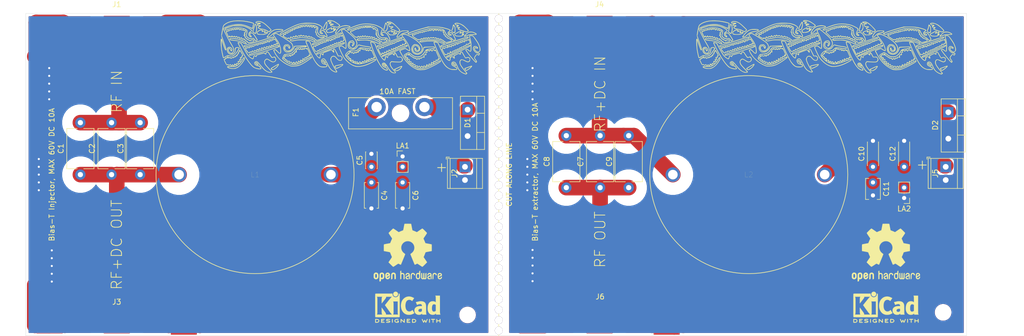
<source format=kicad_pcb>
(kicad_pcb (version 20171130) (host pcbnew 5.1.8-db9833491~88~ubuntu20.04.1)
  (layers (0 F.Cu signal) (31 B.Cu signal) (34 B.Paste user) (35 F.Paste user) (36 B.SilkS user) (37 F.SilkS user) (38 B.Mask user) (39 F.Mask user) (44 Edge.Cuts user))
  (net 0 "")
  (net 1 GND)
  (net 2 "Net-(D1-Pad1)")
  (net 3 Earth)
  (net 4 /RF)
  (net 5 /RF+DC)
  (net 6 /DC+)
  (net 7 /RF2)
  (net 8 /RF+DC2)
  (net 9 /DC+2)
  (module SO-239:N (layer F.Cu) (at 31.5 92.5)
    (fp_text reference J3 (at 0 -2) (layer F.SilkS))
    (fp_text value Conn_Coaxial)
    (pad 1 smd custom (at 0 0) (size 5 8.1) (layers F.Cu F.Paste F.Mask) (net 5 /RF+DC) (options (clearance outline) (anchor rect)) (primitives))
    (pad 2 smd custom (at -12.9 0) (size 5 8.1) (layers F.Cu F.Paste F.Mask) (net 3 Earth) (options (clearance outline) (anchor rect)) (primitives))
    (pad 3 smd custom (at 12.9 0.25) (size 5 8.1) (layers F.Cu F.Paste F.Mask) (net 3 Earth) (options (clearance outline) (anchor rect)) (primitives))
  )
  (module MountingHole:MountingHole_2.2mm_M2_DIN965 (layer F.Cu) (at 190.5 92.5)
    (fp_text reference REF** hide)
    (fp_text value MountingHole_2.2mm_M2_DIN965)
    (pad 1 np_thru_hole circle (at 0 0) (size 2.2 2.2) (drill 2.2) (layers *.Cu *.Mask))
  )
  (module Symbol:OSHW-Logo2_14.6x12mm_SilkScreen (layer F.Cu) (at 179.5 81)
    (fp_text reference REF** hide)
    (fp_text value OSHW-Logo2_14.6x12mm_SilkScreen hide)
  )
  (module Symbol:KiCad-Logo2_5mm_SilkScreen (layer F.Cu) (at 179.5 91.5)
    (fp_text reference REF** hide)
    (fp_text value KiCad-Logo2_5mm_SilkScreen hide)
  )
  (module MountingHole:MountingHole_2.2mm_M2_DIN965 (layer F.Cu) (at 99 93)
    (fp_text reference REF** hide)
    (fp_text value MountingHole_2.2mm_M2_DIN965)
    (pad 1 np_thru_hole circle (at 0 0) (size 2.2 2.2) (drill 2.2) (layers *.Cu *.Mask))
  )
  (module alm:hole-1.5mm (layer F.Cu) (at 105 94)
    (fp_text reference REF** hide)
    (fp_text value hole-1.5mm hide)
    (pad 1 thru_hole circle (at 0 0) (size 1.5 1.5) (drill 1.5) (layers *.Cu *.Mask))
  )
  (module alm:hole-1.5mm (layer F.Cu) (at 105 96)
    (fp_text reference REF** hide)
    (fp_text value hole-1.5mm hide)
    (pad 1 thru_hole circle (at 0 0) (size 1.5 1.5) (drill 1.5) (layers *.Cu *.Mask))
  )
  (module alm:hole-1.5mm (layer F.Cu) (at 105 92)
    (fp_text reference REF** hide)
    (fp_text value hole-1.5mm hide)
    (pad 1 thru_hole circle (at 0 0) (size 1.5 1.5) (drill 1.5) (layers *.Cu *.Mask))
  )
  (module alm:hole-1.5mm (layer F.Cu) (at 105 82)
    (fp_text reference REF** hide)
    (fp_text value hole-1.5mm hide)
    (pad 1 thru_hole circle (at 0 0) (size 1.5 1.5) (drill 1.5) (layers *.Cu *.Mask))
  )
  (module alm:hole-1.5mm (layer F.Cu) (at 105 86)
    (fp_text reference REF** hide)
    (fp_text value hole-1.5mm hide)
    (pad 1 thru_hole circle (at 0 0) (size 1.5 1.5) (drill 1.5) (layers *.Cu *.Mask))
  )
  (module alm:hole-1.5mm (layer F.Cu) (at 105 88)
    (fp_text reference REF** hide)
    (fp_text value hole-1.5mm hide)
    (pad 1 thru_hole circle (at 0 0) (size 1.5 1.5) (drill 1.5) (layers *.Cu *.Mask))
  )
  (module alm:hole-1.5mm (layer F.Cu) (at 105 84)
    (fp_text reference REF** hide)
    (fp_text value hole-1.5mm hide)
    (pad 1 thru_hole circle (at 0 0) (size 1.5 1.5) (drill 1.5) (layers *.Cu *.Mask))
  )
  (module alm:hole-1.5mm (layer F.Cu) (at 105 78)
    (fp_text reference REF** hide)
    (fp_text value hole-1.5mm hide)
    (pad 1 thru_hole circle (at 0 0) (size 1.5 1.5) (drill 1.5) (layers *.Cu *.Mask))
  )
  (module alm:hole-1.5mm (layer F.Cu) (at 105 90)
    (fp_text reference REF** hide)
    (fp_text value hole-1.5mm hide)
    (pad 1 thru_hole circle (at 0 0) (size 1.5 1.5) (drill 1.5) (layers *.Cu *.Mask))
  )
  (module alm:hole-1.5mm (layer F.Cu) (at 105 80)
    (fp_text reference REF** hide)
    (fp_text value hole-1.5mm hide)
    (pad 1 thru_hole circle (at 0 0) (size 1.5 1.5) (drill 1.5) (layers *.Cu *.Mask))
  )
  (module alm:hole-1.5mm (layer F.Cu) (at 105 76)
    (fp_text reference REF** hide)
    (fp_text value hole-1.5mm hide)
    (pad 1 thru_hole circle (at 0 0) (size 1.5 1.5) (drill 1.5) (layers *.Cu *.Mask))
  )
  (module alm:hole-1.5mm (layer F.Cu) (at 105 74)
    (fp_text reference REF** hide)
    (fp_text value hole-1.5mm hide)
    (pad 1 thru_hole circle (at 0 0) (size 1.5 1.5) (drill 1.5) (layers *.Cu *.Mask))
  )
  (module alm:hole-1.5mm (layer F.Cu) (at 105 66)
    (fp_text reference REF** hide)
    (fp_text value hole-1.5mm hide)
    (pad 1 thru_hole circle (at 0 0) (size 1.5 1.5) (drill 1.5) (layers *.Cu *.Mask))
  )
  (module alm:hole-1.5mm (layer F.Cu) (at 105 68)
    (fp_text reference REF** hide)
    (fp_text value hole-1.5mm hide)
    (pad 1 thru_hole circle (at 0 0) (size 1.5 1.5) (drill 1.5) (layers *.Cu *.Mask))
  )
  (module alm:hole-1.5mm (layer F.Cu) (at 105 70)
    (fp_text reference REF** hide)
    (fp_text value hole-1.5mm hide)
    (pad 1 thru_hole circle (at 0 0) (size 1.5 1.5) (drill 1.5) (layers *.Cu *.Mask))
  )
  (module alm:hole-1.5mm (layer F.Cu) (at 105 62)
    (fp_text reference REF** hide)
    (fp_text value hole-1.5mm hide)
    (pad 1 thru_hole circle (at 0 0) (size 1.5 1.5) (drill 1.5) (layers *.Cu *.Mask))
  )
  (module alm:hole-1.5mm (layer F.Cu) (at 105 72)
    (fp_text reference REF** hide)
    (fp_text value hole-1.5mm hide)
    (pad 1 thru_hole circle (at 0 0) (size 1.5 1.5) (drill 1.5) (layers *.Cu *.Mask))
  )
  (module alm:hole-1.5mm (layer F.Cu) (at 105 58)
    (fp_text reference REF** hide)
    (fp_text value hole-1.5mm hide)
    (pad 1 thru_hole circle (at 0 0) (size 1.5 1.5) (drill 1.5) (layers *.Cu *.Mask))
  )
  (module alm:hole-1.5mm (layer F.Cu) (at 105 56)
    (fp_text reference REF** hide)
    (fp_text value hole-1.5mm hide)
    (pad 1 thru_hole circle (at 0 0) (size 1.5 1.5) (drill 1.5) (layers *.Cu *.Mask))
  )
  (module alm:hole-1.5mm (layer F.Cu) (at 105 64)
    (fp_text reference REF** hide)
    (fp_text value hole-1.5mm hide)
    (pad 1 thru_hole circle (at 0 0) (size 1.5 1.5) (drill 1.5) (layers *.Cu *.Mask))
  )
  (module alm:hole-1.5mm (layer F.Cu) (at 105 60)
    (fp_text reference REF** hide)
    (fp_text value hole-1.5mm hide)
    (pad 1 thru_hole circle (at 0 0) (size 1.5 1.5) (drill 1.5) (layers *.Cu *.Mask))
  )
  (module alm:hole-1.5mm (layer F.Cu) (at 105 54)
    (fp_text reference REF** hide)
    (fp_text value hole-1.5mm hide)
    (pad 1 thru_hole circle (at 0 0) (size 1.5 1.5) (drill 1.5) (layers *.Cu *.Mask))
  )
  (module alm:hole-1.5mm (layer F.Cu) (at 105 52)
    (fp_text reference REF** hide)
    (fp_text value hole-1.5mm hide)
    (pad 1 thru_hole circle (at 0 0) (size 1.5 1.5) (drill 1.5) (layers *.Cu *.Mask))
  )
  (module alm:hole-1.5mm (layer F.Cu) (at 105 50)
    (fp_text reference REF** hide)
    (fp_text value hole-1.5mm hide)
    (pad 1 thru_hole circle (at 0 0) (size 1.5 1.5) (drill 1.5) (layers *.Cu *.Mask))
  )
  (module alm:hole-1.5mm (layer F.Cu) (at 105 48)
    (fp_text reference REF** hide)
    (fp_text value hole-1.5mm hide)
    (pad 1 thru_hole circle (at 0 0) (size 1.5 1.5) (drill 1.5) (layers *.Cu *.Mask))
  )
  (module alm:hole-1.5mm (layer F.Cu) (at 105 46)
    (fp_text reference REF** hide)
    (fp_text value hole-1.5mm hide)
    (pad 1 thru_hole circle (at 0 0) (size 1.5 1.5) (drill 1.5) (layers *.Cu *.Mask))
  )
  (module alm:hole-1.5mm (layer F.Cu) (at 105 44)
    (fp_text reference REF** hide)
    (fp_text value hole-1.5mm hide)
    (pad 1 thru_hole circle (at 0 0) (size 1.5 1.5) (drill 1.5) (layers *.Cu *.Mask))
  )
  (module alm:hole-1.5mm (layer F.Cu) (at 105 42)
    (fp_text reference REF** hide)
    (fp_text value hole-1.5mm hide)
    (pad 1 thru_hole circle (at 0 0) (size 1.5 1.5) (drill 1.5) (layers *.Cu *.Mask))
  )
  (module alm:hole-1.5mm (layer F.Cu) (at 105 40)
    (fp_text reference REF** hide)
    (fp_text value hole-1.5mm hide)
    (pad 1 thru_hole circle (at 0 0) (size 1.5 1.5) (drill 1.5) (layers *.Cu *.Mask))
  )
  (module alm:hole-1.5mm (layer F.Cu) (at 105 38)
    (fp_text reference REF** hide)
    (fp_text value hole-1.5mm hide)
    (pad 1 thru_hole circle (at 0 0) (size 1.5 1.5) (drill 1.5) (layers *.Cu *.Mask))
  )
  (module alm:hole-1.5mm (layer F.Cu) (at 105 36)
    (fp_text reference REF** hide)
    (fp_text value hole-1.5mm hide)
    (pad 1 thru_hole circle (at 0 0) (size 1.5 1.5) (drill 1.5) (layers *.Cu *.Mask))
  )
  (module Symbol:KiCad-Logo2_5mm_SilkScreen (layer F.Cu) (at 87.5 91.5)
    (fp_text reference REF** hide)
    (fp_text value KiCad-Logo2_5mm_SilkScreen hide)
  )
  (module Symbol:OSHW-Logo2_14.6x12mm_SilkScreen (layer F.Cu) (at 87.5 81)
    (fp_text reference REF** hide)
    (fp_text value OSHW-Logo2_14.6x12mm_SilkScreen hide)
  )
  (module alm:alm (layer F.Cu) (at 168 41.5 90)
    (fp_text reference G*** hide)
    (fp_text value LOGO hide)
  )
  (module alm:alm (layer F.Cu) (at 76.5 41.5 90)
    (fp_text reference G*** hide)
    (fp_text value LOGO hide)
  )
  (module Capacitor_THT:C_Disc_D4.7mm_W2.5mm_P5.00mm (layer F.Cu) (at 80.5 67.5 270)
    (fp_text reference C4 (at 2.5 -2.5 90) (layer F.SilkS))
    (fp_text value 1uF)
    (pad 2 thru_hole circle (at 5 0 270) (size 1.6 1.6) (drill 0.8) (layers *.Cu *.Mask) (net 3 Earth))
    (pad 1 thru_hole circle (at 0 0 270) (size 1.6 1.6) (drill 0.8) (layers *.Cu *.Mask) (net 6 /DC+))
  )
  (module Capacitor_THT:C_Disc_D3.0mm_W2.0mm_P2.50mm (layer F.Cu) (at 80.5 64.5 90)
    (fp_text reference C5 (at 1.25 -2.25 90) (layer F.SilkS))
    (fp_text value 100uF)
    (pad 1 thru_hole circle (at 0 0 90) (size 1.6 1.6) (drill 0.8) (layers *.Cu *.Mask) (net 6 /DC+))
    (pad 2 thru_hole circle (at 2.5 0 90) (size 1.6 1.6) (drill 0.8) (layers *.Cu *.Mask) (net 3 Earth))
  )
  (module Capacitor_THT:C_Disc_D4.7mm_W2.5mm_P5.00mm (layer F.Cu) (at 86.5 67.5 270)
    (fp_text reference C6 (at 2.5 -2.5 90) (layer F.SilkS))
    (fp_text value " 0.1uF")
    (pad 1 thru_hole circle (at 0 0 270) (size 1.6 1.6) (drill 0.8) (layers *.Cu *.Mask) (net 6 /DC+))
    (pad 2 thru_hole circle (at 5 0 270) (size 1.6 1.6) (drill 0.8) (layers *.Cu *.Mask) (net 3 Earth))
  )
  (module Capacitor_THT:C_Disc_D4.3mm_W1.9mm_P5.00mm (layer F.Cu) (at 177 64.5 90)
    (fp_text reference C10 (at 2.5 -2.2 90) (layer F.SilkS))
    (fp_text value 1uF)
    (pad 1 thru_hole circle (at 0 0 90) (size 1.6 1.6) (drill 0.8) (layers *.Cu *.Mask) (net 9 /DC+2))
    (pad 2 thru_hole circle (at 5 0 90) (size 1.6 1.6) (drill 0.8) (layers *.Cu *.Mask) (net 1 GND))
  )
  (module Capacitor_THT:C_Disc_D3.8mm_W2.6mm_P2.50mm (layer F.Cu) (at 177 67.5 270)
    (fp_text reference C11 (at 1.25 -2.55 90) (layer F.SilkS))
    (fp_text value 100uF)
    (pad 1 thru_hole circle (at 0 0 270) (size 1.6 1.6) (drill 0.8) (layers *.Cu *.Mask) (net 9 /DC+2))
    (pad 2 thru_hole circle (at 2.5 0 270) (size 1.6 1.6) (drill 0.8) (layers *.Cu *.Mask) (net 1 GND))
  )
  (module Capacitor_THT:C_Disc_D4.3mm_W1.9mm_P5.00mm (layer F.Cu) (at 183 64.5 90)
    (fp_text reference C12 (at 2.5 -2.2 90) (layer F.SilkS))
    (fp_text value " 0.1uF")
    (pad 2 thru_hole circle (at 5 0 90) (size 1.6 1.6) (drill 0.8) (layers *.Cu *.Mask) (net 1 GND))
    (pad 1 thru_hole circle (at 0 0 90) (size 1.6 1.6) (drill 0.8) (layers *.Cu *.Mask) (net 9 /DC+2))
  )
  (module Package_TO_SOT_THT:TO-220-2_Vertical (layer F.Cu) (at 99 53.5 270)
    (fp_text reference D1 (at 2.54 0 90) (layer F.SilkS))
    (fp_text value D)
    (pad 1 thru_hole rect (at 0 0 270) (size 2 2) (drill 1.1) (layers *.Cu *.Mask) (net 2 "Net-(D1-Pad1)"))
    (pad 2 thru_hole oval (at 5.08 0 270) (size 2 2) (drill 1.1) (layers *.Cu *.Mask) (net 3 Earth))
  )
  (module Package_TO_SOT_THT:TO-220-2_Vertical (layer F.Cu) (at 191.5 54 270)
    (fp_text reference D2 (at 2.5 2.5 90) (layer F.SilkS))
    (fp_text value D)
    (pad 2 thru_hole oval (at 5.08 0 270) (size 2 2) (drill 1.1) (layers *.Cu *.Mask) (net 1 GND))
    (pad 1 thru_hole rect (at 0 0 270) (size 2 2) (drill 1.1) (layers *.Cu *.Mask) (net 9 /DC+2))
  )
  (module Fuse:Fuseholder_Blade_ATO_Littelfuse_Pudenz_2_Pin (layer F.Cu) (at 81.5 53)
    (fp_text reference F1 (at -4 1 90) (layer F.SilkS))
    (fp_text value 10A)
    (pad 1 thru_hole circle (at 0 0) (size 3.5 3.5) (drill 2) (layers *.Cu *.Mask) (net 6 /DC+))
    (pad "" np_thru_hole circle (at 4.6 1.2) (size 2.4 2.4) (drill 2.4) (layers *.Cu *.Mask))
    (pad 2 thru_hole circle (at 9.2 0) (size 3.5 3.5) (drill 2) (layers *.Cu *.Mask) (net 2 "Net-(D1-Pad1)"))
  )
  (module SO-239:N (layer F.Cu) (at 31.5 39.5)
    (fp_text reference J1 (at 0 -6.25) (layer F.SilkS))
    (fp_text value Conn_Coaxial)
    (pad 3 smd custom (at 12.9 0.25) (size 5 8.1) (layers F.Cu F.Paste F.Mask) (net 3 Earth) (options (clearance outline) (anchor rect)) (primitives))
    (pad 2 smd custom (at -12.9 0) (size 5 8.1) (layers F.Cu F.Paste F.Mask) (net 3 Earth) (options (clearance outline) (anchor rect)) (primitives))
    (pad 1 smd custom (at 0 0) (size 5 8.1) (layers F.Cu F.Paste F.Mask) (net 4 /RF) (options (clearance outline) (anchor rect)) (primitives))
  )
  (module TerminalBlock_TE-Connectivity:TerminalBlock_TE_282834-2_1x02_P2.54mm_Horizontal (layer F.Cu) (at 98.5 64.5 270)
    (fp_text reference J2 (at 1.27 2 90) (layer F.SilkS))
    (fp_text value Conn_01x02_Female)
    (pad 2 thru_hole circle (at 2.54 0 270) (size 2.1 2.1) (drill 1.1) (layers *.Cu *.Mask) (net 3 Earth))
    (pad 1 thru_hole rect (at 0 0 270) (size 2.1 2.1) (drill 1.1) (layers *.Cu *.Mask) (net 2 "Net-(D1-Pad1)"))
  )
  (module SO-239:N (layer F.Cu) (at 124.4 39.5)
    (fp_text reference J4 (at 0 -6.25) (layer F.SilkS))
    (fp_text value Conn_Coaxial)
    (pad 3 smd custom (at 12.9 0.25) (size 5 8.1) (layers F.Cu F.Paste F.Mask) (net 1 GND) (options (clearance outline) (anchor rect)) (primitives))
    (pad 2 smd custom (at -12.9 0) (size 5 8.1) (layers F.Cu F.Paste F.Mask) (net 1 GND) (options (clearance outline) (anchor rect)) (primitives))
    (pad 1 smd custom (at 0 0) (size 5 8.1) (layers F.Cu F.Paste F.Mask) (net 8 /RF+DC2) (options (clearance outline) (anchor rect)) (primitives))
  )
  (module TerminalBlock_TE-Connectivity:TerminalBlock_TE_282834-2_1x02_P2.54mm_Horizontal (layer F.Cu) (at 191 64.5 270)
    (fp_text reference J5 (at 1.27 2 90) (layer F.SilkS))
    (fp_text value Conn_01x02_Female)
    (pad 1 thru_hole rect (at 0 0 270) (size 2.1 2.1) (drill 1.1) (layers *.Cu *.Mask) (net 9 /DC+2))
    (pad 2 thru_hole circle (at 2.54 0 270) (size 2.1 2.1) (drill 1.1) (layers *.Cu *.Mask) (net 1 GND))
  )
  (module SO-239:N (layer F.Cu) (at 124.4 92.5)
    (fp_text reference J6 (at 0.1 -3) (layer F.SilkS))
    (fp_text value Conn_Coaxial)
    (pad 1 smd custom (at 0 0) (size 5 8.1) (layers F.Cu F.Paste F.Mask) (net 7 /RF2) (options (clearance outline) (anchor rect)) (primitives))
    (pad 2 smd custom (at -12.9 0) (size 5 8.1) (layers F.Cu F.Paste F.Mask) (net 1 GND) (options (clearance outline) (anchor rect)) (primitives))
    (pad 3 smd custom (at 12.9 0.25) (size 5 8.1) (layers F.Cu F.Paste F.Mask) (net 1 GND) (options (clearance outline) (anchor rect)) (primitives))
  )
  (module "SnapEDA Library:INDRD2921W163D3810H2616P" (layer F.Cu) (at 58.105 66)
    (fp_text reference L1 (at 0 0) (layer F.SilkS) (effects (font (size 1.001457 1.001457) (thickness 0.015))))
    (fp_text value 1140-101K-RC)
    (pad 1 thru_hole circle (at -14.605 0) (size 2.8 2.8) (drill 1.85) (layers *.Cu *.Mask) (net 5 /RF+DC))
    (pad 2 thru_hole circle (at 14.605 0) (size 2.8 2.8) (drill 1.85) (layers *.Cu *.Mask) (net 6 /DC+))
  )
  (module "SnapEDA Library:INDRD2921W163D3810H2616P" (layer F.Cu) (at 153.105 66)
    (fp_text reference L2 (at 0 0) (layer F.SilkS) (effects (font (size 1.001457 1.001457) (thickness 0.015))))
    (fp_text value 1140-101K-RC)
    (pad 2 thru_hole circle (at 14.605 0) (size 2.8 2.8) (drill 1.85) (layers *.Cu *.Mask) (net 9 /DC+2))
    (pad 1 thru_hole circle (at -14.605 0) (size 2.8 2.8) (drill 1.85) (layers *.Cu *.Mask) (net 8 /RF+DC2))
  )
  (module Connector_PinHeader_2.00mm:PinHeader_1x02_P2.00mm_Vertical (layer F.Cu) (at 86.5 62.5)
    (fp_text reference LA1 (at 0 -2.06) (layer F.SilkS))
    (fp_text value Lamp)
    (pad 1 thru_hole rect (at 0 0) (size 1.35 1.35) (drill 0.8) (layers *.Cu *.Mask) (net 3 Earth))
    (pad 2 thru_hole oval (at 0 2) (size 1.35 1.35) (drill 0.8) (layers *.Cu *.Mask) (net 6 /DC+))
  )
  (module Connector_PinHeader_2.00mm:PinHeader_1x02_P2.00mm_Vertical (layer F.Cu) (at 183 70.5 180)
    (fp_text reference LA2 (at 0 -2.06) (layer F.SilkS))
    (fp_text value Lamp)
    (pad 2 thru_hole oval (at 0 2 180) (size 1.35 1.35) (drill 0.8) (layers *.Cu *.Mask) (net 9 /DC+2))
    (pad 1 thru_hole rect (at 0 0 180) (size 1.35 1.35) (drill 0.8) (layers *.Cu *.Mask) (net 1 GND))
  )
  (module Capacitor_THT:C_Disc_D7.5mm_W5.0mm_P10.00mm (layer F.Cu) (at 24.5 66 90)
    (fp_text reference C1 (at 5 -3.75 90) (layer F.SilkS))
    (fp_text value 0.022µF)
    (pad 1 thru_hole circle (at 0 0 90) (size 2 2) (drill 1) (layers *.Cu *.Mask) (net 5 /RF+DC))
    (pad 2 thru_hole circle (at 10 0 90) (size 2 2) (drill 1) (layers *.Cu *.Mask) (net 4 /RF))
  )
  (module Capacitor_THT:C_Disc_D7.5mm_W5.0mm_P10.00mm (layer F.Cu) (at 30.5 66 90)
    (fp_text reference C2 (at 5 -3.75 90) (layer F.SilkS))
    (fp_text value 0.022µF)
    (pad 1 thru_hole circle (at 0 0 90) (size 2 2) (drill 1) (layers *.Cu *.Mask) (net 5 /RF+DC))
    (pad 2 thru_hole circle (at 10 0 90) (size 2 2) (drill 1) (layers *.Cu *.Mask) (net 4 /RF))
  )
  (module Capacitor_THT:C_Disc_D7.5mm_W5.0mm_P10.00mm (layer F.Cu) (at 36 66 90)
    (fp_text reference C3 (at 5 -3.75 90) (layer F.SilkS))
    (fp_text value 0.022µF)
    (pad 2 thru_hole circle (at 10 0 90) (size 2 2) (drill 1) (layers *.Cu *.Mask) (net 4 /RF))
    (pad 1 thru_hole circle (at 0 0 90) (size 2 2) (drill 1) (layers *.Cu *.Mask) (net 5 /RF+DC))
  )
  (module Capacitor_THT:C_Disc_D7.5mm_W5.0mm_P10.00mm (layer F.Cu) (at 124.5 68.5 90)
    (fp_text reference C7 (at 5 -3.75 90) (layer F.SilkS))
    (fp_text value 0.022µF)
    (pad 1 thru_hole circle (at 0 0 90) (size 2 2) (drill 1) (layers *.Cu *.Mask) (net 7 /RF2))
    (pad 2 thru_hole circle (at 10 0 90) (size 2 2) (drill 1) (layers *.Cu *.Mask) (net 8 /RF+DC2))
  )
  (module Capacitor_THT:C_Disc_D7.5mm_W5.0mm_P10.00mm (layer F.Cu) (at 118 68.5 90)
    (fp_text reference C8 (at 5 -3.75 90) (layer F.SilkS))
    (fp_text value 0.022µF)
    (pad 2 thru_hole circle (at 10 0 90) (size 2 2) (drill 1) (layers *.Cu *.Mask) (net 8 /RF+DC2))
    (pad 1 thru_hole circle (at 0 0 90) (size 2 2) (drill 1) (layers *.Cu *.Mask) (net 7 /RF2))
  )
  (module Capacitor_THT:C_Disc_D7.5mm_W5.0mm_P10.00mm (layer F.Cu) (at 130 68.5 90)
    (fp_text reference C9 (at 5 -3.75 90) (layer F.SilkS))
    (fp_text value 0.022µF)
    (pad 2 thru_hole circle (at 10 0 90) (size 2 2) (drill 1) (layers *.Cu *.Mask) (net 8 /RF+DC2))
    (pad 1 thru_hole circle (at 0 0 90) (size 2 2) (drill 1) (layers *.Cu *.Mask) (net 7 /RF2))
  )
  (gr_text "Bias-T extractor, MAX 60V DC 10A" (at 112 65.5 90) (layer F.SilkS) (effects (font (size 1 1))))
  (gr_text "Bias-T Injector, MAX 60V DC 10A" (at 19 66 90) (layer F.SilkS) (effects (font (size 1 1))))
  (gr_text "CUT ALONG LINE" (at 107 66 90) (layer F.SilkS) (effects (font (size 1 1))))
  (gr_line (start 105 35) (end 105 97) (layer F.SilkS) (width 0.12))
  (gr_text + (at 186.5 64) (layer F.SilkS) (effects (font (size 2 2))))
  (gr_text + (at 94 64.5) (layer F.SilkS) (effects (font (size 2 2))))
  (gr_text "10A FAST" (at 85.5 50) (layer F.SilkS) (effects (font (size 1 1))))
  (gr_text "RF OUT" (at 124.5 78.5 90) (layer F.SilkS) (effects (font (size 2 2))))
  (gr_text "RF+DC IN" (at 124.5 50.5 90) (layer F.SilkS) (effects (font (size 2 2))))
  (gr_text "RF IN" (at 31.5 50 90) (layer F.SilkS) (effects (font (size 2 2))))
  (gr_text "RF+DC OUT" (at 31.5 79.5 90) (layer F.SilkS) (effects (font (size 2 2))))
  (gr_line (start 195 35) (end 14 35) (layer Edge.Cuts) (width 0.05))
  (gr_line (start 195 97) (end 195 35) (layer Edge.Cuts) (width 0.05))
  (gr_line (start 14 97) (end 195 97) (layer Edge.Cuts) (width 0.05))
  (gr_line (start 14 35) (end 14 97) (layer Edge.Cuts) (width 0.05))
  (via (at 110.5 66) (size 0.8) (drill 0.4) (layers F.Cu B.Cu) (net 1))
  (via (at 110.5 64.5) (size 0.8) (drill 0.4) (layers F.Cu B.Cu) (net 1))
  (via (at 110.5 67.5) (size 0.8) (drill 0.4) (layers F.Cu B.Cu) (net 1))
  (via (at 110.5 69) (size 0.8) (drill 0.4) (layers F.Cu B.Cu) (net 1))
  (via (at 110.5 63) (size 0.8) (drill 0.4) (layers F.Cu B.Cu) (net 1))
  (via (at 111.5 48.5) (size 0.8) (drill 0.4) (layers F.Cu B.Cu) (net 1))
  (via (at 111.5 50) (size 0.8) (drill 0.4) (layers F.Cu B.Cu) (net 1))
  (via (at 111.5 47) (size 0.8) (drill 0.4) (layers F.Cu B.Cu) (net 1))
  (via (at 111.5 45.5) (size 0.8) (drill 0.4) (layers F.Cu B.Cu) (net 1))
  (via (at 111.5 51.5) (size 0.8) (drill 0.4) (layers F.Cu B.Cu) (net 1))
  (via (at 111.5 83.5) (size 0.8) (drill 0.4) (layers F.Cu B.Cu) (net 1))
  (via (at 111.5 85) (size 0.8) (drill 0.4) (layers F.Cu B.Cu) (net 1))
  (via (at 111.5 82) (size 0.8) (drill 0.4) (layers F.Cu B.Cu) (net 1))
  (via (at 111.5 80.5) (size 0.8) (drill 0.4) (layers F.Cu B.Cu) (net 1))
  (via (at 111.5 86.5) (size 0.8) (drill 0.4) (layers F.Cu B.Cu) (net 1))
  (segment (start 109 90) (end 109 88) (width 3) (layer F.Cu) (net 1))
  (segment (start 109 88) (end 114 88) (width 3) (layer F.Cu) (net 1))
  (segment (start 114 88) (end 114 94.5) (width 3) (layer F.Cu) (net 1))
  (segment (start 111.5 92.5) (end 114 95) (width 3) (layer F.Cu) (net 1))
  (segment (start 111.5 92.5) (end 109 90) (width 3) (layer F.Cu) (net 1))
  (segment (start 111.5 92.5) (end 109 95) (width 3) (layer F.Cu) (net 1))
  (segment (start 108.5 92.5) (end 111.5 92.5) (width 3) (layer F.Cu) (net 1))
  (segment (start 109 42) (end 111.5 39.5) (width 3) (layer F.Cu) (net 1))
  (segment (start 114.5 36.72501) (end 109 36.72501) (width 3) (layer F.Cu) (net 1))
  (segment (start 114.5 43.5) (end 114.5 36.72501) (width 3) (layer F.Cu) (net 1))
  (segment (start 109.5 43.5) (end 114.5 43.5) (width 3) (layer F.Cu) (net 1))
  (segment (start 111.5 41.5) (end 109.5 43.5) (width 3) (layer F.Cu) (net 1))
  (segment (start 109 36.72501) (end 109 42) (width 3) (layer F.Cu) (net 1))
  (segment (start 111.5 39.5) (end 111.5 41.5) (width 3) (layer F.Cu) (net 1))
  (segment (start 137.3 39.75) (end 134.5 36.95) (width 3) (layer F.Cu) (net 1))
  (segment (start 134.5 36.95) (end 134.5 44) (width 3) (layer F.Cu) (net 1))
  (segment (start 134.5 44) (end 139.5 44) (width 3) (layer F.Cu) (net 1))
  (segment (start 139.5 44) (end 140.5 43) (width 3) (layer F.Cu) (net 1))
  (segment (start 140.5 43) (end 140.5 37) (width 3) (layer F.Cu) (net 1))
  (segment (start 137.3 93.8) (end 138.77499 95.27499) (width 3) (layer F.Cu) (net 1))
  (segment (start 137.3 92.75) (end 137.3 93.8) (width 3) (layer F.Cu) (net 1))
  (segment (start 138.77499 95.27499) (end 138.77499 89.72501) (width 3) (layer F.Cu) (net 1))
  (segment (start 138.77499 89.72501) (end 140 88.5) (width 3) (layer F.Cu) (net 1))
  (segment (start 140 88.5) (end 134.5 88.5) (width 3) (layer F.Cu) (net 1))
  (segment (start 134.5 88.5) (end 134.5 95) (width 3) (layer F.Cu) (net 1))
  (segment (start 137.3 92.75) (end 138.25 92.75) (width 3) (layer F.Cu) (net 1))
  (segment (start 138.25 92.75) (end 140.5 90.5) (width 3) (layer F.Cu) (net 1))
  (segment (start 140.5 90.5) (end 140.5 95) (width 3) (layer F.Cu) (net 1))
  (segment (start 98 54.5) (end 99 53.5) (width 3) (layer F.Cu) (net 2))
  (segment (start 98.289999 64.289999) (end 98.5 64.289999) (width 3) (layer F.Cu) (net 2))
  (segment (start 94 60) (end 98.289999 64.289999) (width 3) (layer F.Cu) (net 2))
  (segment (start 94 54.5) (end 94 60) (width 3) (layer F.Cu) (net 2))
  (segment (start 94 54.5) (end 98 54.5) (width 3) (layer F.Cu) (net 2))
  (segment (start 92.5 53) (end 94 54.5) (width 3) (layer F.Cu) (net 2))
  (segment (start 90.7 53) (end 92.5 53) (width 3) (layer F.Cu) (net 2))
  (via (at 16.5 66) (size 0.8) (drill 0.4) (layers F.Cu B.Cu) (net 3))
  (via (at 16.5 64.5) (size 0.8) (drill 0.4) (layers F.Cu B.Cu) (net 3))
  (via (at 16.5 67.5) (size 0.8) (drill 0.4) (layers F.Cu B.Cu) (net 3))
  (via (at 16.5 69) (size 0.8) (drill 0.4) (layers F.Cu B.Cu) (net 3))
  (via (at 16.5 63) (size 0.8) (drill 0.4) (layers F.Cu B.Cu) (net 3))
  (via (at 18.5 45.5) (size 0.8) (drill 0.4) (layers F.Cu B.Cu) (net 3))
  (via (at 18.5 47) (size 0.8) (drill 0.4) (layers F.Cu B.Cu) (net 3))
  (via (at 18.5 50) (size 0.8) (drill 0.4) (layers F.Cu B.Cu) (net 3))
  (via (at 18.5 51.5) (size 0.8) (drill 0.4) (layers F.Cu B.Cu) (net 3))
  (via (at 18.5 48.5) (size 0.8) (drill 0.4) (layers F.Cu B.Cu) (net 3))
  (via (at 19 80.58) (size 0.8) (drill 0.4) (layers F.Cu B.Cu) (net 3))
  (via (at 19 82.08) (size 0.8) (drill 0.4) (layers F.Cu B.Cu) (net 3))
  (via (at 19 85.08) (size 0.8) (drill 0.4) (layers F.Cu B.Cu) (net 3))
  (via (at 19 86.58) (size 0.8) (drill 0.4) (layers F.Cu B.Cu) (net 3))
  (via (at 19 83.58) (size 0.8) (drill 0.4) (layers F.Cu B.Cu) (net 3))
  (segment (start 39.75 92.75) (end 44.4 92.75) (width 3) (layer F.Cu) (net 3))
  (segment (start 50.75 92.75) (end 44.4 92.75) (width 3) (layer F.Cu) (net 3))
  (segment (start 18.6 80.98) (end 19 80.58) (width 3) (layer F.Cu) (net 3))
  (segment (start 18.6 92.5) (end 18.6 80.98) (width 3) (layer F.Cu) (net 3))
  (segment (start 19 80.58) (end 19 86) (width 3) (layer F.Cu) (net 3))
  (segment (start 44.4 87.6) (end 43.4 87.6) (width 3) (layer F.Cu) (net 3))
  (segment (start 44.4 86.1) (end 44.4 87.6) (width 3) (layer F.Cu) (net 3))
  (segment (start 44.4 87.6) (end 44.4 92.75) (width 3) (layer F.Cu) (net 3))
  (segment (start 43.4 87.6) (end 41.5 89.5) (width 3) (layer F.Cu) (net 3))
  (segment (start 41.5 89.5) (end 41.5 95) (width 3) (layer F.Cu) (net 3))
  (segment (start 41.5 95) (end 41.5 93.5) (width 3) (layer F.Cu) (net 3))
  (segment (start 41.5 93.5) (end 46.5 88.5) (width 3) (layer F.Cu) (net 3))
  (segment (start 46.5 88.5) (end 47.5 89.5) (width 3) (layer F.Cu) (net 3))
  (segment (start 47.5 89.5) (end 47.5 95) (width 3) (layer F.Cu) (net 3))
  (segment (start 47.5 95) (end 47.5 86) (width 3) (layer F.Cu) (net 3))
  (segment (start 49.00001 84.49999) (end 49.00001 46.00001) (width 3) (layer F.Cu) (net 3))
  (segment (start 47.5 86) (end 49.00001 84.49999) (width 3) (layer F.Cu) (net 3))
  (segment (start 49.00001 46.00001) (end 47 44) (width 3) (layer F.Cu) (net 3))
  (segment (start 47 44) (end 47.5 43.5) (width 3) (layer F.Cu) (net 3))
  (segment (start 47.5 43.5) (end 47.5 36.72501) (width 3) (layer F.Cu) (net 3))
  (segment (start 47.5 36.72501) (end 41 36.72501) (width 3) (layer F.Cu) (net 3))
  (segment (start 44.4 39.75) (end 42.75 39.75) (width 3) (layer F.Cu) (net 3))
  (segment (start 42.75 39.75) (end 41.5 38.5) (width 3) (layer F.Cu) (net 3))
  (segment (start 41.5 38.5) (end 42 39) (width 3) (layer F.Cu) (net 3))
  (segment (start 42 39) (end 42 43.5) (width 3) (layer F.Cu) (net 3))
  (segment (start 42 43.5) (end 44.5 43.5) (width 3) (layer F.Cu) (net 3))
  (segment (start 18.6 39.5) (end 18.6 50.6) (width 3) (layer F.Cu) (net 3))
  (segment (start 18.6 41.6) (end 20.5 43.5) (width 3) (layer F.Cu) (net 3))
  (segment (start 18.6 39.5) (end 18.6 41.6) (width 3) (layer F.Cu) (net 3))
  (segment (start 20.5 43.5) (end 20.5 38) (width 3) (layer F.Cu) (net 3))
  (segment (start 20.5 38) (end 21.5 37) (width 3) (layer F.Cu) (net 3))
  (segment (start 21.5 37) (end 21.22501 36.72501) (width 3) (layer F.Cu) (net 3))
  (segment (start 21.22501 36.72501) (end 16 36.72501) (width 3) (layer F.Cu) (net 3))
  (segment (start 16 36.72501) (end 16 43) (width 3) (layer F.Cu) (net 3))
  (segment (start 15.72501 43.27499) (end 16 43) (width 3) (layer F.Cu) (net 3))
  (segment (start 19.5 86.5) (end 16.5 86.5) (width 3) (layer F.Cu) (net 3))
  (segment (start 19 86) (end 19.5 86.5) (width 3) (layer F.Cu) (net 3))
  (segment (start 16.5 86.5) (end 15.72501 87.27499) (width 3) (layer F.Cu) (net 3))
  (segment (start 15.72501 87.27499) (end 15.72501 95) (width 3) (layer F.Cu) (net 3))
  (segment (start 18.5 95) (end 21.5 92) (width 3) (layer F.Cu) (net 3))
  (segment (start 15.72501 95) (end 18.5 95) (width 3) (layer F.Cu) (net 3))
  (segment (start 21.5 92) (end 21.5 95) (width 3) (layer F.Cu) (net 3))
  (segment (start 23.32501 89.244057) (end 22.255943 88.17499) (width 3) (layer F.Cu) (net 3))
  (segment (start 22.255943 88.17499) (end 20.744057 88.17499) (width 3) (layer F.Cu) (net 3))
  (segment (start 23.32501 90.930933) (end 23.32501 89.244057) (width 3) (layer F.Cu) (net 3))
  (segment (start 22.255943 92) (end 23.32501 90.930933) (width 3) (layer F.Cu) (net 3))
  (segment (start 21.5 92) (end 22.255943 92) (width 3) (layer F.Cu) (net 3))
  (segment (start 21.1 90) (end 18.6 92.5) (width 3) (layer F.Cu) (net 3))
  (segment (start 30.5 56) (end 24.5 56) (width 3) (layer F.Cu) (net 4))
  (segment (start 32 56) (end 31.5 39.5) (width 3) (layer F.Cu) (net 4))
  (segment (start 36 56) (end 30.5 56) (width 3) (layer F.Cu) (net 4))
  (segment (start 31.5 66) (end 31.5 92.5) (width 3) (layer F.Cu) (net 5))
  (segment (start 43.5 66) (end 31.5 66) (width 3) (layer F.Cu) (net 5))
  (segment (start 24.5 66) (end 30.5 66) (width 3) (layer F.Cu) (net 5))
  (segment (start 79 66) (end 80.5 64.5) (width 3) (layer F.Cu) (net 6))
  (segment (start 72.21 66) (end 79 66) (width 3) (layer F.Cu) (net 6))
  (segment (start 80.5 64.5) (end 80.5 67.5) (width 3) (layer F.Cu) (net 6))
  (segment (start 80.5 64.5) (end 81.5 65.5) (width 3) (layer F.Cu) (net 6))
  (segment (start 81.5 65.5) (end 86.5 65.5) (width 3) (layer F.Cu) (net 6))
  (segment (start 86.5 65.5) (end 86.5 64.875001) (width 3) (layer F.Cu) (net 6))
  (segment (start 86.5 67.5) (end 86.5 65.5) (width 3) (layer F.Cu) (net 6))
  (segment (start 79.299999 64.500001) (end 80.5 64.5) (width 3) (layer F.Cu) (net 6))
  (segment (start 77.999999 63.200001) (end 79.299999 64.500001) (width 3) (layer F.Cu) (net 6))
  (segment (start 77.999999 56.500001) (end 77.999999 63.200001) (width 3) (layer F.Cu) (net 6))
  (segment (start 81.5 53) (end 77.999999 56.500001) (width 3) (layer F.Cu) (net 6))
  (segment (start 124.5 92.4) (end 124.4 92.5) (width 3) (layer F.Cu) (net 7))
  (segment (start 124.5 68.5) (end 124.5 92.4) (width 3) (layer F.Cu) (net 7))
  (segment (start 130 68.5) (end 124.5 68.5) (width 3) (layer F.Cu) (net 7))
  (segment (start 124.5 68.5) (end 118 68.5) (width 3) (layer F.Cu) (net 7))
  (segment (start 124.4 58.4) (end 124.5 58.5) (width 3) (layer F.Cu) (net 8))
  (segment (start 124.4 39.5) (end 124.4 58.4) (width 3) (layer F.Cu) (net 8))
  (segment (start 124.5 58.5) (end 129 58.5) (width 3) (layer F.Cu) (net 8))
  (segment (start 131 58.5) (end 138.5 66) (width 3) (layer F.Cu) (net 8))
  (segment (start 129 58.5) (end 131 58.5) (width 3) (layer F.Cu) (net 8))
  (segment (start 118 58.5) (end 124.5 58.5) (width 3) (layer F.Cu) (net 8))
  (segment (start 177 64.5) (end 177 67.5) (width 3) (layer F.Cu) (net 9))
  (segment (start 183 64.5) (end 183 68.124999) (width 3) (layer F.Cu) (net 9))
  (segment (start 169.21 64.5) (end 167.71 66) (width 3) (layer F.Cu) (net 9))
  (segment (start 177 64.5) (end 169.21 64.5) (width 3) (layer F.Cu) (net 9))
  (segment (start 179.375001 64.5) (end 183 68.124999) (width 3) (layer F.Cu) (net 9))
  (segment (start 177 64.5) (end 179.375001 64.5) (width 3) (layer F.Cu) (net 9))
  (segment (start 190.789999 64.289999) (end 191 64.289999) (width 3) (layer F.Cu) (net 9))
  (segment (start 190.200001 63.700001) (end 190.789999 64.289999) (width 3) (layer F.Cu) (net 9))
  (segment (start 183 64.5) (end 183.799999 63.700001) (width 3) (layer F.Cu) (net 9))
  (segment (start 188.299999 63.700001) (end 189.379999 63.700001) (width 3) (layer F.Cu) (net 9))
  (segment (start 188.299999 63.700001) (end 190.200001 63.700001) (width 3) (layer F.Cu) (net 9))
  (segment (start 191.5 54) (end 188.5 54) (width 3) (layer F.Cu) (net 9))
  (segment (start 185.799999 56.700001) (end 185.799999 63.700001) (width 3) (layer F.Cu) (net 9))
  (segment (start 188.5 54) (end 185.799999 56.700001) (width 3) (layer F.Cu) (net 9))
  (segment (start 185.799999 63.700001) (end 188.299999 63.700001) (width 3) (layer F.Cu) (net 9))
  (segment (start 183.799999 63.700001) (end 185.799999 63.700001) (width 3) (layer F.Cu) (net 9))
  (zone (net 3) (net_name Earth) (layer F.Cu) (connect_pads yes (clearance 0.508)) (min_thickness 0.254) (fill yes (arc_segments 32) (thermal_gap 0.508) (thermal_bridge_width 0.508))
    (polygon (pts (xy 103 97) (xy 13.5 97) (xy 13.5 35) (xy 103 35)))
  )
  (zone (net 3) (net_name Earth) (layer B.Cu) (connect_pads yes (clearance 0.508)) (min_thickness 0.254) (fill yes (arc_segments 32) (thermal_gap 0.508) (thermal_bridge_width 0.508))
    (polygon (pts (xy 103 97) (xy 13.5 97) (xy 13.5 35) (xy 103 35)))
  )
  (zone (net 1) (net_name GND) (layer F.Cu) (connect_pads yes (clearance 0.508)) (min_thickness 0.254) (fill yes (arc_segments 32) (thermal_gap 0.508) (thermal_bridge_width 0.508))
    (polygon (pts (xy 195 97) (xy 107 97) (xy 107 35) (xy 195 35)))
  )
  (zone (net 1) (net_name GND) (layer B.Cu) (connect_pads yes (clearance 0.508)) (min_thickness 0.254) (fill yes (arc_segments 32) (thermal_gap 0.508) (thermal_bridge_width 0.508))
    (polygon (pts (xy 195 97) (xy 107 97) (xy 107 35) (xy 195 35)))
  )
)
</source>
